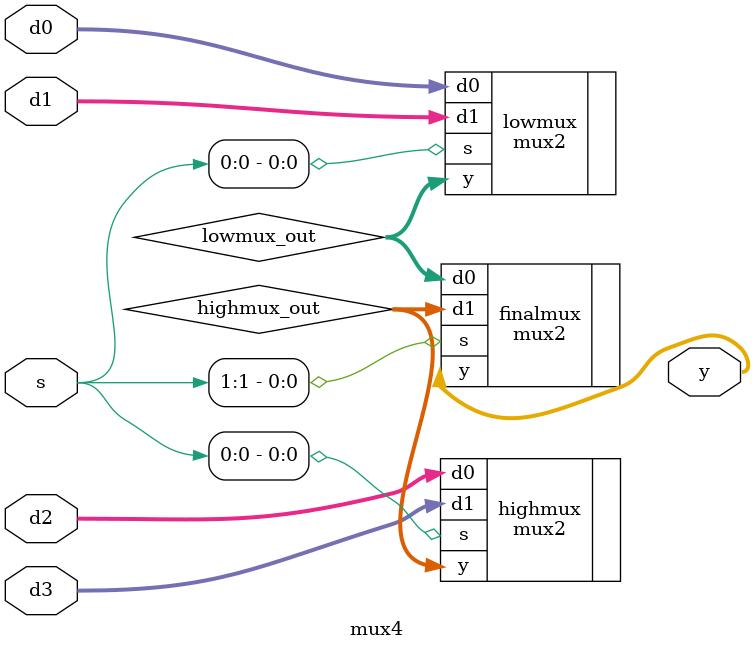
<source format=v>
module mux4(input [3:0] d0, d1, d2, d3,
            input [1:0] s,
            output [3:0] y);
  
  wire [3:0] lowmux_out, highmux_out;
  
  mux2 lowmux(.d0(d0), .d1(d1), .s(s[0]), .y(lowmux_out));
  mux2 highmux(.d0(d2), .d1(d3), .s(s[0]), .y(highmux_out));
  mux2 finalmux(.d0(lowmux_out), .d1(highmux_out), .s(s[1]), .y(y));
  
endmodule

</source>
